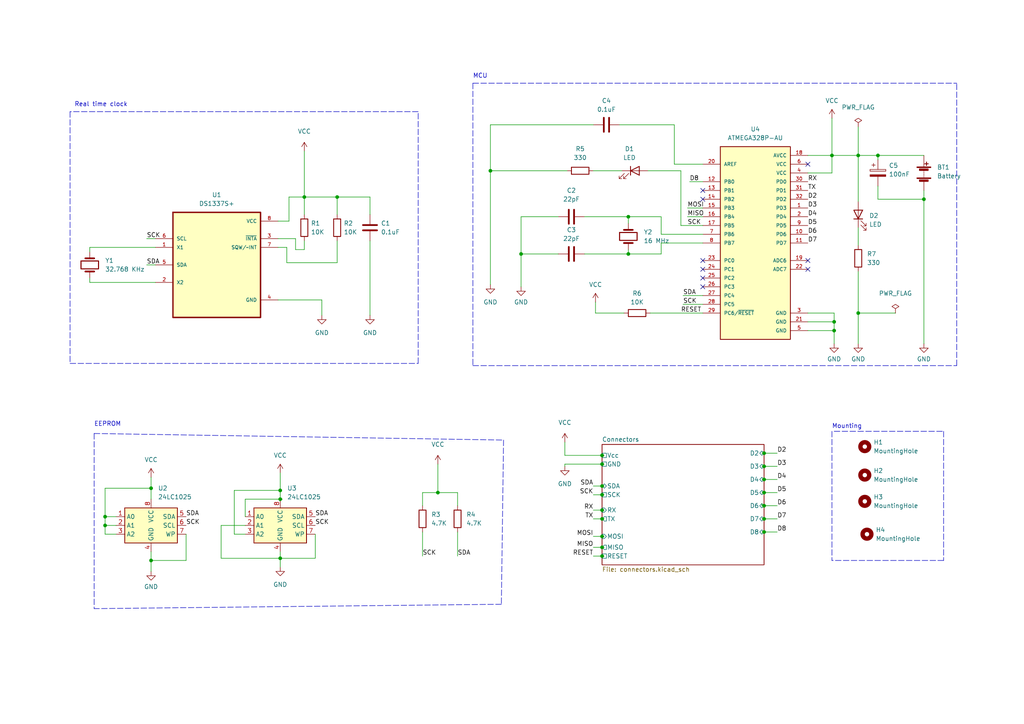
<source format=kicad_sch>
(kicad_sch (version 20211123) (generator eeschema)
  (paper "A4")
  (title_block (title "${project_name}") (date "2022-12-12") (rev "1"))
  (lib_symbols
    (symbol "ATMEGA328P-AU:ATMEGA328P-AU" (pin_names (offset 1.016))
      (property "Reference" "U4" (at 0 33.02 0))
      (property "Value" "ATMEGA328P-AU" (at 0 30.48 0))
      (symbol "ATMEGA328P-AU_0_0"
        (rectangle (start -10.16 -27.94) (end 10.16 27.94) (stroke (width 0.254)) (fill (type background)))
        (pin bidirectional line (at 15.24 10.16 180) (length 5.08) (name "PD3") (number "1"))
        (pin bidirectional line (at 15.24 2.54 180) (length 5.08) (name "PD6") (number "10"))
        (pin bidirectional line (at 15.24 0 180) (length 5.08) (name "PD7") (number "11"))
        (pin bidirectional line (at -15.24 17.78 0) (length 5.08) (name "PB0") (number "12"))
        (pin bidirectional line (at -15.24 15.24 0) (length 5.08) (name "PB1") (number "13"))
        (pin bidirectional line (at -15.24 12.7 0) (length 5.08) (name "PB2") (number "14"))
        (pin bidirectional line (at -15.24 10.16 0) (length 5.08) (name "PB3") (number "15"))
        (pin bidirectional line (at -15.24 7.62 0) (length 5.08) (name "PB4") (number "16"))
        (pin bidirectional line (at -15.24 5.08 0) (length 5.08) (name "PB5") (number "17"))
        (pin power_in line (at 15.24 25.4 180) (length 5.08) (name "AVCC") (number "18"))
        (pin bidirectional line (at 15.24 -5.08 180) (length 5.08) (name "ADC6") (number "19"))
        (pin bidirectional line (at 15.24 7.62 180) (length 5.08) (name "PD4") (number "2"))
        (pin input line (at -15.24 22.86 0) (length 5.08) (name "AREF") (number "20"))
        (pin power_in line (at 15.24 -22.86 180) (length 5.08) (name "GND") (number "21"))
        (pin bidirectional line (at 15.24 -7.62 180) (length 5.08) (name "ADC7") (number "22"))
        (pin bidirectional line (at -15.24 -5.08 0) (length 5.08) (name "PC0") (number "23"))
        (pin bidirectional line (at -15.24 -7.62 0) (length 5.08) (name "PC1") (number "24"))
        (pin bidirectional line (at -15.24 -10.16 0) (length 5.08) (name "PC2") (number "25"))
        (pin bidirectional line (at -15.24 -12.7 0) (length 5.08) (name "PC3") (number "26"))
        (pin bidirectional line (at -15.24 -15.24 0) (length 5.08) (name "PC4") (number "27"))
        (pin bidirectional line (at -15.24 -17.78 0) (length 5.08) (name "PC5") (number "28"))
        (pin bidirectional line (at -15.24 -20.32 0) (length 5.08) (name "PC6/~{RESET}") (number "29"))
        (pin power_in line (at 15.24 -20.32 180) (length 5.08) (name "GND") (number "3"))
        (pin bidirectional line (at 15.24 17.78 180) (length 5.08) (name "PD0") (number "30"))
        (pin bidirectional line (at 15.24 15.24 180) (length 5.08) (name "PD1") (number "31"))
        (pin bidirectional line (at 15.24 12.7 180) (length 5.08) (name "PD2") (number "32"))
        (pin power_in line (at 15.24 20.32 180) (length 5.08) (name "VCC") (number "4"))
        (pin power_in line (at 15.24 -25.4 180) (length 5.08) (name "GND") (number "5"))
        (pin power_in line (at 15.24 22.86 180) (length 5.08) (name "VCC") (number "6"))
        (pin bidirectional line (at -15.24 2.54 0) (length 5.08) (name "PB6") (number "7"))
        (pin bidirectional line (at -15.24 0 0) (length 5.08) (name "PB7") (number "8"))
        (pin bidirectional line (at 15.24 5.08 180) (length 5.08) (name "PD5") (number "9"))
      )
    )
    (symbol "DS1337S_:DS1337S+" (pin_names (offset 1.016))
      (property "Reference" "U" (at -12.7 16.24 0))
      (property "Value" "DS1337S+" (at -12.7 -19.24 0))
      (symbol "DS1337S+_0_0"
        (rectangle (start -12.7 -15.24) (end 12.7 15.24) (stroke (width 0.41)) (fill (type background)))
        (pin input line (at -17.78 5.08 0) (length 5.08) (name "X1") (number "1"))
        (pin bidirectional line (at -17.78 -5.08 0) (length 5.08) (name "X2") (number "2"))
        (pin output line (at 17.78 7.62 180) (length 5.08) (name "~{INTA}") (number "3"))
        (pin power_in line (at 17.78 -10.16 180) (length 5.08) (name "GND") (number "4"))
        (pin bidirectional line (at -17.78 0 0) (length 5.08) (name "SDA") (number "5"))
        (pin input line (at -17.78 7.62 0) (length 5.08) (name "SCL") (number "6"))
        (pin output line (at 17.78 5.08 180) (length 5.08) (name "SQW/~INT") (number "7"))
        (pin power_in line (at 17.78 12.7 180) (length 5.08) (name "VCC") (number "8"))
      )
    )
    (symbol "Device:Battery" (pin_numbers hide) (pin_names (offset 0) hide)
      (property "Reference" "BT" (at 2.54 2.54 0))
      (property "Value" "Battery" (at 2.54 0 0))
      (symbol "Battery_0_1"
        (rectangle (start -2.032 -1.397) (end 2.032 -1.651) (fill (type outline)))
        (rectangle (start -2.032 1.778) (end 2.032 1.524) (fill (type outline)))
        (rectangle (start -1.3208 -1.9812) (end 1.27 -2.4892) (fill (type outline)))
        (rectangle (start -1.3208 1.1938) (end 1.27 0.6858) (fill (type outline)))
        (polyline (pts (xy 0 -1.524) (xy 0 -1.27)))
        (polyline (pts (xy 0 -1.016) (xy 0 -0.762)))
        (polyline (pts (xy 0 -0.508) (xy 0 -0.254)))
        (polyline (pts (xy 0 0) (xy 0 0.254)))
        (polyline (pts (xy 0 0.508) (xy 0 0.762)))
        (polyline (pts (xy 0 1.778) (xy 0 2.54)))
        (polyline (pts (xy 0.254 2.667) (xy 1.27 2.667)) (stroke (width 0.254)))
        (polyline (pts (xy 0.762 3.175) (xy 0.762 2.159)) (stroke (width 0.254)))
      )
      (symbol "Battery_1_1"
        (pin passive line (at 0 5.08 270) (length 2.54) (name "+") (number "1"))
        (pin passive line (at 0 -5.08 90) (length 2.54) (name "-") (number "2"))
      )
    )
    (symbol "Device:C" (pin_numbers hide) (pin_names (offset 0.254))
      (property "Reference" "C" (at 0.635 2.54 0))
      (property "Value" "C" (at 0.635 -2.54 0))
      (symbol "C_0_1"
        (polyline (pts (xy -2.032 -0.762) (xy 2.032 -0.762)) (stroke (width 0.508)))
        (polyline (pts (xy -2.032 0.762) (xy 2.032 0.762)) (stroke (width 0.508)))
      )
      (symbol "C_1_1"
        (pin passive line (at 0 3.81 270) (length 2.794) (name "~") (number "1"))
        (pin passive line (at 0 -3.81 90) (length 2.794) (name "~") (number "2"))
      )
    )
    (symbol "Device:C_Polarized" (pin_numbers hide) (pin_names (offset 0.254))
      (property "Reference" "C" (at 0.635 2.54 0))
      (property "Value" "C_Polarized" (at 0.635 -2.54 0))
      (symbol "C_Polarized_0_1"
        (rectangle (start -2.286 0.508) (end 2.286 1.016))
        (polyline (pts (xy -1.778 2.286) (xy -0.762 2.286)))
        (polyline (pts (xy -1.27 2.794) (xy -1.27 1.778)))
        (rectangle (start 2.286 -0.508) (end -2.286 -1.016) (fill (type outline)))
      )
      (symbol "C_Polarized_1_1"
        (pin passive line (at 0 3.81 270) (length 2.794) (name "~") (number "1"))
        (pin passive line (at 0 -3.81 90) (length 2.794) (name "~") (number "2"))
      )
    )
    (symbol "Device:Crystal" (pin_numbers hide) (pin_names (offset 1.016) hide)
      (property "Reference" "Y" (at 0 3.81 0))
      (property "Value" "Crystal" (at 0 -3.81 0))
      (symbol "Crystal_0_1"
        (rectangle (start -1.143 2.54) (end 1.143 -2.54) (stroke (width 0.3048)))
        (polyline (pts (xy -2.54 0) (xy -1.905 0)))
        (polyline (pts (xy -1.905 -1.27) (xy -1.905 1.27)) (stroke (width 0.508)))
        (polyline (pts (xy 1.905 -1.27) (xy 1.905 1.27)) (stroke (width 0.508)))
        (polyline (pts (xy 2.54 0) (xy 1.905 0)))
      )
      (symbol "Crystal_1_1"
        (pin passive line (at -3.81 0 0) (length 1.27) (name "1") (number "1"))
        (pin passive line (at 3.81 0 180) (length 1.27) (name "2") (number "2"))
      )
    )
    (symbol "Device:LED" (pin_numbers hide) (pin_names (offset 1.016) hide)
      (property "Reference" "D" (at 0 2.54 0))
      (property "Value" "LED" (at 0 -2.54 0))
      (symbol "LED_0_1"
        (polyline (pts (xy -1.27 -1.27) (xy -1.27 1.27)) (stroke (width 0.254)))
        (polyline (pts (xy -1.27 0) (xy 1.27 0)))
        (polyline (pts (xy 1.27 -1.27) (xy 1.27 1.27) (xy -1.27 0) (xy 1.27 -1.27)) (stroke (width 0.254)))
        (polyline (pts (xy -3.048 -0.762) (xy -4.572 -2.286) (xy -3.81 -2.286) (xy -4.572 -2.286) (xy -4.572 -1.524)))
        (polyline (pts (xy -1.778 -0.762) (xy -3.302 -2.286) (xy -2.54 -2.286) (xy -3.302 -2.286) (xy -3.302 -1.524)))
      )
      (symbol "LED_1_1"
        (pin passive line (at -3.81 0 0) (length 2.54) (name "K") (number "1"))
        (pin passive line (at 3.81 0 180) (length 2.54) (name "A") (number "2"))
      )
    )
    (symbol "Device:R" (pin_numbers hide) (pin_names (offset 0))
      (property "Reference" "R" (at 2.032 0 90))
      (property "Value" "R" (at 0 0 90))
      (symbol "R_0_1"
        (rectangle (start -1.016 -2.54) (end 1.016 2.54) (stroke (width 0.254)))
      )
      (symbol "R_1_1"
        (pin passive line (at 0 3.81 270) (length 1.27) (name "~") (number "1"))
        (pin passive line (at 0 -3.81 90) (length 1.27) (name "~") (number "2"))
      )
    )
    (symbol "Mechanical:MountingHole" (pin_names (offset 1.016))
      (property "Reference" "H" (at 0 5.08 0))
      (property "Value" "MountingHole" (at 0 3.175 0))
      (symbol "MountingHole_0_1"
        (circle (center 0 0) (radius 1.27) (stroke (width 1.27)))
      )
    )
    (symbol "Memory_EEPROM:24LC1025"
      (property "Reference" "U" (at -6.35 6.35 0))
      (property "Value" "24LC1025" (at 1.27 6.35 0))
      (symbol "24LC1025_1_1"
        (rectangle (start -7.62 5.08) (end 7.62 -5.08) (stroke (width 0.254)) (fill (type background)))
        (pin input line (at -10.16 2.54 0) (length 2.54) (name "A0") (number "1"))
        (pin input line (at -10.16 0 0) (length 2.54) (name "A1") (number "2"))
        (pin input line (at -10.16 -2.54 0) (length 2.54) (name "A2") (number "3"))
        (pin power_in line (at 0 -7.62 90) (length 2.54) (name "GND") (number "4"))
        (pin bidirectional line (at 10.16 2.54 180) (length 2.54) (name "SDA") (number "5"))
        (pin input line (at 10.16 0 180) (length 2.54) (name "SCL") (number "6"))
        (pin input line (at 10.16 -2.54 180) (length 2.54) (name "WP") (number "7"))
        (pin power_in line (at 0 7.62 270) (length 2.54) (name "VCC") (number "8"))
      )
    )
    (symbol "power:GND" (power) (pin_names (offset 0))
      (property "Value" "GND" (at 0 -3.81 0))
      (symbol "GND_0_1"
        (polyline (pts (xy 0 0) (xy 0 -1.27) (xy 1.27 -1.27) (xy 0 -2.54) (xy -1.27 -1.27) (xy 0 -1.27)))
      )
      (symbol "GND_1_1"
        (pin power_in line (at 0 0 270) (length 0) hide (name "GND") (number "1"))
      )
    )
    (symbol "power:PWR_FLAG" (power) (pin_numbers hide) (pin_names (offset 0) hide)
      (property "Value" "PWR_FLAG" (at 0 3.81 0))
      (symbol "PWR_FLAG_0_0"
        (pin power_out line (at 0 0 90) (length 0) (name "pwr") (number "1"))
      )
      (symbol "PWR_FLAG_0_1"
        (polyline (pts (xy 0 0) (xy 0 1.27) (xy -1.016 1.905) (xy 0 2.54) (xy 1.016 1.905) (xy 0 1.27)))
      )
    )
    (symbol "power:VCC" (power) (pin_names (offset 0))
      (property "Value" "VCC" (at 0 3.81 0))
      (symbol "VCC_0_1"
        (polyline (pts (xy -0.762 1.27) (xy 0 2.54)))
        (polyline (pts (xy 0 0) (xy 0 2.54)))
        (polyline (pts (xy 0 2.54) (xy 0.762 1.27)))
      )
      (symbol "VCC_1_1"
        (pin power_in line (at 0 0 90) (length 0) hide (name "VCC") (number "1"))
      )
    )
  )
  (junction (at 254.635 45.085))
  (junction (at 221.615 139.065))
  (junction (at 151.13 73.66))
  (junction (at 241.3 45.085))
  (junction (at 30.48 152.4))
  (junction (at 174.625 143.51))
  (junction (at 267.97 57.785))
  (junction (at 174.625 147.955))
  (junction (at 127 142.875))
  (junction (at 221.615 154.305))
  (junction (at 97.79 57.15))
  (junction (at 43.815 141.605))
  (junction (at 248.92 45.085))
  (junction (at 221.615 135.255))
  (junction (at 30.48 149.86))
  (junction (at 81.28 142.24))
  (junction (at 81.28 144.78))
  (junction (at 221.615 146.685))
  (junction (at 221.615 142.875))
  (junction (at 174.625 155.575))
  (junction (at 174.625 158.75))
  (junction (at 182.245 73.66))
  (junction (at 182.245 62.865))
  (junction (at 174.625 134.62))
  (junction (at 241.935 95.885))
  (junction (at 174.625 161.29))
  (junction (at 248.92 90.805))
  (junction (at 142.24 49.53))
  (junction (at 221.615 131.445))
  (junction (at 43.815 162.56))
  (junction (at 174.625 150.495))
  (junction (at 88.265 57.15))
  (junction (at 174.625 140.97))
  (junction (at 81.28 161.925))
  (junction (at 174.625 132.08))
  (junction (at 241.935 93.345))
  (junction (at 221.615 150.495))
  (no_connect (at 203.835 80.645))
  (no_connect (at 203.835 57.785))
  (no_connect (at 234.315 75.565))
  (no_connect (at 234.315 47.625))
  (no_connect (at 203.835 83.185))
  (no_connect (at 203.835 78.105))
  (no_connect (at 203.835 75.565))
  (no_connect (at 234.315 78.105))
  (no_connect (at 203.835 55.245))
  (wire (pts (xy 30.48 149.86) (xy 33.655 149.86)))
  (polyline (pts (xy 20.32 32.385) (xy 20.32 105.41)))
  (wire (pts (xy 220.98 142.875) (xy 221.615 142.875)))
  (wire (pts (xy 220.98 146.05) (xy 220.98 146.685)))
  (wire (pts (xy 221.615 154.305) (xy 225.425 154.305)))
  (wire (pts (xy 80.645 71.755) (xy 83.185 71.755)))
  (wire (pts (xy 71.12 152.4) (xy 64.135 152.4)))
  (wire (pts (xy 254.635 57.785) (xy 267.97 57.785)))
  (wire (pts (xy 241.935 95.885) (xy 234.315 95.885)))
  (wire (pts (xy 254.635 46.355) (xy 254.635 45.085)))
  (wire (pts (xy 198.12 85.725) (xy 203.835 85.725)))
  (wire (pts (xy 220.98 139.065) (xy 221.615 139.065)))
  (wire (pts (xy 107.315 57.15) (xy 107.315 62.23)))
  (wire (pts (xy 88.265 72.39) (xy 88.265 69.85)))
  (wire (pts (xy 220.98 131.445) (xy 221.615 131.445)))
  (wire (pts (xy 97.79 57.15) (xy 107.315 57.15)))
  (wire (pts (xy 81.28 142.24) (xy 81.28 144.78)))
  (wire (pts (xy 234.315 45.085) (xy 241.3 45.085)))
  (wire (pts (xy 83.185 76.2) (xy 97.79 76.2)))
  (wire (pts (xy 174.625 155.575) (xy 175.26 155.575)))
  (wire (pts (xy 164.465 49.53) (xy 142.24 49.53)))
  (wire (pts (xy 220.98 154.305) (xy 221.615 154.305)))
  (wire (pts (xy 174.625 143.51) (xy 175.26 143.51)))
  (wire (pts (xy 172.085 147.955) (xy 174.625 147.955)))
  (wire (pts (xy 248.92 45.085) (xy 248.92 58.42)))
  (wire (pts (xy 248.92 90.805) (xy 248.92 99.695)))
  (wire (pts (xy 254.635 45.085) (xy 267.97 45.085)))
  (wire (pts (xy 122.555 154.305) (xy 122.555 161.29)))
  (wire (pts (xy 30.48 141.605) (xy 43.815 141.605)))
  (wire (pts (xy 81.28 160.02) (xy 81.28 161.925)))
  (wire (pts (xy 172.085 49.53) (xy 180.34 49.53)))
  (wire (pts (xy 241.3 34.29) (xy 241.3 45.085)))
  (wire (pts (xy 85.725 69.215) (xy 85.725 72.39)))
  (wire (pts (xy 67.945 154.94) (xy 71.12 154.94)))
  (wire (pts (xy 122.555 146.685) (xy 122.555 142.875)))
  (wire (pts (xy 254.635 53.975) (xy 254.635 57.785)))
  (wire (pts (xy 97.79 57.15) (xy 97.79 62.23)))
  (wire (pts (xy 132.715 142.875) (xy 132.715 146.685)))
  (polyline (pts (xy 121.285 32.385) (xy 20.32 32.385)))
  (wire (pts (xy 64.135 161.925) (xy 81.28 161.925)))
  (wire (pts (xy 43.815 138.43) (xy 43.815 141.605)))
  (wire (pts (xy 191.77 62.865) (xy 182.245 62.865)))
  (wire (pts (xy 172.085 161.29) (xy 174.625 161.29)))
  (wire (pts (xy 172.085 150.495) (xy 174.625 150.495)))
  (wire (pts (xy 42.545 76.835) (xy 45.085 76.835)))
  (wire (pts (xy 191.77 67.945) (xy 191.77 62.865)))
  (wire (pts (xy 43.815 141.605) (xy 43.815 144.78)))
  (wire (pts (xy 122.555 142.875) (xy 127 142.875)))
  (wire (pts (xy 203.835 67.945) (xy 191.77 67.945)))
  (wire (pts (xy 163.83 135.255) (xy 163.83 134.62)))
  (wire (pts (xy 174.625 161.29) (xy 175.26 161.29)))
  (wire (pts (xy 241.3 45.085) (xy 248.92 45.085)))
  (wire (pts (xy 30.48 152.4) (xy 33.655 152.4)))
  (wire (pts (xy 30.48 152.4) (xy 30.48 154.94)))
  (wire (pts (xy 188.595 90.805) (xy 203.835 90.805)))
  (wire (pts (xy 43.815 162.56) (xy 43.815 165.735)))
  (wire (pts (xy 53.975 154.94) (xy 53.975 162.56)))
  (wire (pts (xy 161.925 62.865) (xy 151.13 62.865)))
  (wire (pts (xy 172.085 36.195) (xy 142.24 36.195)))
  (wire (pts (xy 81.28 161.925) (xy 81.28 164.465)))
  (wire (pts (xy 43.815 160.02) (xy 43.815 162.56)))
  (wire (pts (xy 174.625 158.75) (xy 175.26 158.75)))
  (wire (pts (xy 64.135 152.4) (xy 64.135 161.925)))
  (wire (pts (xy 163.83 132.08) (xy 174.625 132.08)))
  (wire (pts (xy 221.615 131.445) (xy 225.425 131.445)))
  (wire (pts (xy 169.545 62.865) (xy 182.245 62.865)))
  (wire (pts (xy 191.77 70.485) (xy 191.77 73.66)))
  (polyline (pts (xy 137.16 24.13) (xy 137.16 106.045)))
  (wire (pts (xy 174.625 147.955) (xy 175.26 147.955)))
  (wire (pts (xy 241.3 50.165) (xy 241.3 45.085)))
  (wire (pts (xy 241.935 93.345) (xy 241.935 95.885)))
  (polyline (pts (xy 241.935 125.095) (xy 273.685 125.095)))
  (wire (pts (xy 67.945 154.94) (xy 67.945 142.24)))
  (wire (pts (xy 85.725 72.39) (xy 88.265 72.39)))
  (wire (pts (xy 93.345 86.995) (xy 93.345 91.44)))
  (wire (pts (xy 42.545 69.215) (xy 45.085 69.215)))
  (wire (pts (xy 220.98 150.495) (xy 221.615 150.495)))
  (wire (pts (xy 221.615 142.875) (xy 225.425 142.875)))
  (wire (pts (xy 195.58 47.625) (xy 203.835 47.625)))
  (wire (pts (xy 172.085 158.75) (xy 174.625 158.75)))
  (wire (pts (xy 151.13 73.66) (xy 161.925 73.66)))
  (wire (pts (xy 174.625 150.495) (xy 175.26 150.495)))
  (wire (pts (xy 169.545 73.66) (xy 182.245 73.66)))
  (wire (pts (xy 26.035 81.915) (xy 26.035 80.645)))
  (wire (pts (xy 225.425 146.685) (xy 221.615 146.685)))
  (wire (pts (xy 248.92 66.04) (xy 248.92 71.12)))
  (wire (pts (xy 197.485 65.405) (xy 203.835 65.405)))
  (wire (pts (xy 267.97 57.785) (xy 267.97 99.695)))
  (wire (pts (xy 80.645 86.995) (xy 93.345 86.995)))
  (wire (pts (xy 195.58 36.195) (xy 195.58 47.625)))
  (wire (pts (xy 88.265 57.15) (xy 97.79 57.15)))
  (wire (pts (xy 142.24 36.195) (xy 142.24 49.53)))
  (wire (pts (xy 174.625 134.62) (xy 175.26 134.62)))
  (wire (pts (xy 248.92 90.805) (xy 259.715 90.805)))
  (polyline (pts (xy 273.685 162.56) (xy 241.3 162.56)))
  (polyline (pts (xy 146.05 127.635) (xy 145.415 175.26)))
  (wire (pts (xy 172.085 155.575) (xy 174.625 155.575)))
  (wire (pts (xy 30.48 149.86) (xy 30.48 141.605)))
  (polyline (pts (xy 27.305 125.73) (xy 27.305 176.53)))
  (wire (pts (xy 174.625 132.08) (xy 175.26 132.08)))
  (wire (pts (xy 199.39 62.865) (xy 203.835 62.865)))
  (wire (pts (xy 197.485 49.53) (xy 197.485 65.405)))
  (wire (pts (xy 241.935 90.805) (xy 241.935 93.345)))
  (wire (pts (xy 172.085 143.51) (xy 174.625 143.51)))
  (wire (pts (xy 179.705 36.195) (xy 195.58 36.195)))
  (wire (pts (xy 81.28 137.16) (xy 81.28 142.24)))
  (wire (pts (xy 182.245 62.865) (xy 182.245 64.77)))
  (wire (pts (xy 26.035 71.755) (xy 26.035 73.025)))
  (wire (pts (xy 71.12 149.86) (xy 71.12 144.78)))
  (wire (pts (xy 80.645 69.215) (xy 85.725 69.215)))
  (wire (pts (xy 45.085 71.755) (xy 26.035 71.755)))
  (wire (pts (xy 71.12 144.78) (xy 81.28 144.78)))
  (wire (pts (xy 91.44 161.925) (xy 81.28 161.925)))
  (polyline (pts (xy 20.32 105.41) (xy 121.285 105.41)))
  (wire (pts (xy 191.77 73.66) (xy 182.245 73.66)))
  (wire (pts (xy 172.72 87.63) (xy 172.72 90.805)))
  (polyline (pts (xy 27.305 125.73) (xy 146.05 127.635)))
  (wire (pts (xy 182.245 72.39) (xy 182.245 73.66)))
  (wire (pts (xy 221.615 146.685) (xy 220.98 146.685)))
  (wire (pts (xy 220.98 135.255) (xy 221.615 135.255)))
  (wire (pts (xy 132.715 154.305) (xy 132.715 161.29)))
  (wire (pts (xy 88.265 57.15) (xy 88.265 62.23)))
  (wire (pts (xy 163.83 128.27) (xy 163.83 132.08)))
  (wire (pts (xy 30.48 149.86) (xy 30.48 152.4)))
  (wire (pts (xy 81.28 144.78) (xy 81.915 144.78)))
  (wire (pts (xy 127 134.62) (xy 127 142.875)))
  (wire (pts (xy 163.83 134.62) (xy 174.625 134.62)))
  (wire (pts (xy 53.975 162.56) (xy 43.815 162.56)))
  (wire (pts (xy 67.945 142.24) (xy 81.28 142.24)))
  (polyline (pts (xy 277.495 106.045) (xy 277.495 24.13)))
  (wire (pts (xy 172.72 90.805) (xy 180.975 90.805)))
  (wire (pts (xy 83.82 57.15) (xy 88.265 57.15)))
  (wire (pts (xy 83.185 71.755) (xy 83.185 76.2)))
  (wire (pts (xy 151.13 73.66) (xy 151.13 83.185)))
  (wire (pts (xy 142.24 49.53) (xy 142.24 82.55)))
  (wire (pts (xy 198.12 88.265) (xy 203.835 88.265)))
  (polyline (pts (xy 241.3 125.095) (xy 241.3 162.56)))
  (wire (pts (xy 203.835 70.485) (xy 191.77 70.485)))
  (wire (pts (xy 200.025 52.705) (xy 203.835 52.705)))
  (wire (pts (xy 91.44 154.94) (xy 91.44 161.925)))
  (wire (pts (xy 80.645 64.135) (xy 83.82 64.135)))
  (wire (pts (xy 187.96 49.53) (xy 197.485 49.53)))
  (wire (pts (xy 151.13 62.865) (xy 151.13 73.66)))
  (polyline (pts (xy 121.285 105.41) (xy 121.285 32.385)))
  (wire (pts (xy 234.315 50.165) (xy 241.3 50.165)))
  (wire (pts (xy 174.625 140.97) (xy 175.26 140.97)))
  (wire (pts (xy 221.615 150.495) (xy 225.425 150.495)))
  (polyline (pts (xy 273.685 125.095) (xy 273.685 162.56)))
  (wire (pts (xy 221.615 139.065) (xy 225.425 139.065)))
  (wire (pts (xy 107.315 69.85) (xy 107.315 91.44)))
  (wire (pts (xy 88.265 43.815) (xy 88.265 57.15)))
  (wire (pts (xy 234.315 93.345) (xy 241.935 93.345)))
  (polyline (pts (xy 137.16 24.13) (xy 277.495 24.13)))
  (wire (pts (xy 234.315 90.805) (xy 241.935 90.805)))
  (wire (pts (xy 30.48 154.94) (xy 33.655 154.94)))
  (polyline (pts (xy 145.415 175.26) (xy 27.305 176.53)))
  (wire (pts (xy 241.935 95.885) (xy 241.935 99.695)))
  (wire (pts (xy 97.79 76.2) (xy 97.79 69.85)))
  (wire (pts (xy 267.97 55.245) (xy 267.97 57.785)))
  (wire (pts (xy 45.085 81.915) (xy 26.035 81.915)))
  (wire (pts (xy 199.39 60.325) (xy 203.835 60.325)))
  (wire (pts (xy 172.085 140.97) (xy 174.625 140.97)))
  (wire (pts (xy 248.92 45.085) (xy 254.635 45.085)))
  (wire (pts (xy 248.92 78.74) (xy 248.92 90.805)))
  (wire (pts (xy 248.92 36.83) (xy 248.92 45.085)))
  (wire (pts (xy 83.82 64.135) (xy 83.82 57.15)))
  (wire (pts (xy 221.615 135.255) (xy 225.425 135.255)))
  (wire (pts (xy 127 142.875) (xy 132.715 142.875)))
  (polyline (pts (xy 137.16 106.045) (xy 277.495 106.045)))
  (text "Real time clock" (at 21.59 31.115 0) (effects (font (size 1.27 1.27)) (justify left bottom)))
  (text "Mounting" (at 241.3 124.46 0) (effects (font (size 1.27 1.27)) (justify left bottom)))
  (text "MCU" (at 137.16 22.86 0) (effects (font (size 1.27 1.27)) (justify left bottom)))
  (text "EEPROM" (at 27.305 123.825 0) (effects (font (size 1.27 1.27)) (justify left bottom)))
  (label "SCK" (at 91.44 152.4 0))
  (label "SCK" (at 172.085 143.51 180))
  (label "RESET" (at 172.085 161.29 180))
  (label "D8" (at 225.425 154.305 0))
  (label "TX" (at 234.315 55.245 0))
  (label "D5" (at 225.425 142.875 0))
  (label "D2" (at 234.315 57.785 0))
  (label "MISO" (at 199.39 62.865 0))
  (label "RX" (at 234.315 52.705 0))
  (label "SCK" (at 53.975 152.4 0))
  (label "SDA" (at 172.085 140.97 180))
  (label "SCK" (at 42.545 69.215 0))
  (label "D2" (at 225.425 131.445 0))
  (label "MOSI" (at 172.085 155.575 180))
  (label "D8" (at 200.025 52.705 0))
  (label "D6" (at 234.315 67.945 0))
  (label "D3" (at 225.425 135.255 0))
  (label "SCK" (at 198.12 88.265 0))
  (label "RX" (at 172.085 147.955 180))
  (label "D6" (at 225.425 146.685 0))
  (label "SDA" (at 53.975 149.86 0))
  (label "RESET" (at 197.485 90.805 0))
  (label "SDA" (at 42.545 76.835 0))
  (label "SDA" (at 198.12 85.725 0))
  (label "D4" (at 225.425 139.065 0))
  (label "SDA" (at 132.715 161.29 0))
  (label "D4" (at 234.315 62.865 0))
  (label "TX" (at 172.085 150.495 180))
  (label "D3" (at 234.315 60.325 0))
  (label "SDA" (at 91.44 149.86 0))
  (label "SCK" (at 122.555 161.29 0))
  (label "D5" (at 234.315 65.405 0))
  (label "D7" (at 234.315 70.485 0))
  (label "MISO" (at 172.085 158.75 180))
  (label "SCK" (at 199.39 65.405 0))
  (label "MOSI" (at 199.39 60.325 0))
  (label "D7" (at 225.425 150.495 0))
  (symbol (lib_id "Memory_EEPROM:24LC1025") (at 43.815 152.4 0) (unit 1)
    (property "Reference" "U2" (at 45.8344 141.605 0) (effects (justify left)))
    (property "Value" "24LC1025" (at 45.8344 144.145 0) (effects (justify left)))
    (property "Footprint" "Package_SO:SOIC-8_5.23x5.23mm_P1.27mm" (effects hide))
    (property "Datasheet" "http://ww1.microchip.com/downloads/en/DeviceDoc/21941B.pdf" (effects hide))
  )
  (symbol (lib_id "Mechanical:MountingHole") (at 251.46 154.94 0) (unit 1)
    (property "Reference" "H4" (at 254 153.6699 0) (effects (justify left)))
    (property "Value" "MountingHole" (at 254 156.2099 0) (effects (justify left)))
    (property "Footprint" "MountingHole:MountingHole_2.1mm" (effects hide))
  )
  (symbol (lib_id "Device:LED") (at 184.15 49.53 0) (unit 1)
    (property "Reference" "D1" (at 182.5625 43.18 0))
    (property "Value" "LED" (at 182.5625 45.72 0))
    (property "Footprint" "LED_SMD:LED_0805_2012Metric" (effects hide))
  )
  (symbol (lib_id "power:GND") (at 267.97 99.695 0) (unit 1)
    (property "Reference" "#PWR0110" (effects hide))
    (property "Value" "GND" (at 267.97 104.14 0))
  )
  (symbol (lib_id "Memory_EEPROM:24LC1025") (at 81.28 152.4 0) (unit 1)
    (property "Reference" "U3" (at 83.2994 141.605 0) (effects (justify left)))
    (property "Value" "24LC1025" (at 83.2994 144.145 0) (effects (justify left)))
    (property "Footprint" "Package_SO:SOIC-8_5.23x5.23mm_P1.27mm" (effects hide))
    (property "Datasheet" "http://ww1.microchip.com/downloads/en/DeviceDoc/21941B.pdf" (effects hide))
  )
  (symbol (lib_id "power:VCC") (at 81.28 137.16 0) (unit 1)
    (property "Reference" "#PWR0114" (effects hide))
    (property "Value" "VCC" (at 81.28 132.08 0))
  )
  (symbol (lib_id "power:PWR_FLAG") (at 248.92 36.83 0) (unit 1)
    (property "Reference" "#FLG0101" (effects hide))
    (property "Value" "PWR_FLAG" (at 248.92 31.115 0))
  )
  (symbol (lib_id "Device:C") (at 165.735 73.66 90) (unit 1)
    (property "Reference" "C3" (at 165.735 66.675 90))
    (property "Value" "22pF" (at 165.735 69.215 90))
    (property "Footprint" "Capacitor_SMD:C_0805_2012Metric" (effects hide))
  )
  (symbol (lib_id "power:VCC") (at 163.83 128.27 0) (unit 1)
    (property "Reference" "#PWR0112" (effects hide))
    (property "Value" "VCC" (at 163.83 122.555 0))
  )
  (symbol (lib_id "Device:R") (at 184.785 90.805 90) (unit 1)
    (property "Reference" "R6" (at 184.785 85.09 90))
    (property "Value" "10K" (at 184.785 87.63 90))
    (property "Footprint" "Resistor_SMD:R_0805_2012Metric" (effects hide))
  )
  (symbol (lib_id "Device:C") (at 175.895 36.195 90) (unit 1)
    (property "Reference" "C4" (at 175.895 29.21 90))
    (property "Value" "0.1uF" (at 175.895 31.75 90))
    (property "Footprint" "Capacitor_SMD:C_0805_2012Metric" (effects hide))
  )
  (symbol (lib_id "power:GND") (at 151.13 83.185 0) (unit 1)
    (property "Reference" "#PWR0104" (effects hide))
    (property "Value" "GND" (at 151.13 87.63 0))
  )
  (symbol (lib_id "power:GND") (at 142.24 82.55 0) (unit 1)
    (property "Reference" "#PWR0103" (effects hide))
    (property "Value" "GND" (at 142.24 87.63 0))
  )
  (symbol (lib_id "power:VCC") (at 241.3 34.29 0) (unit 1)
    (property "Reference" "#PWR0117" (effects hide))
    (property "Value" "VCC" (at 241.3 29.21 0))
  )
  (symbol (lib_id "power:GND") (at 43.815 165.735 0) (unit 1)
    (property "Reference" "#PWR0105" (effects hide))
    (property "Value" "GND" (at 43.815 170.18 0))
  )
  (symbol (lib_id "Device:Crystal") (at 182.245 68.58 90) (unit 1)
    (property "Reference" "Y2" (at 186.69 67.3099 90) (effects (justify right)))
    (property "Value" "16 MHz" (at 186.69 69.8499 90) (effects (justify right)))
    (property "Footprint" "Crystal:Crystal_SMD_5032-2Pin_5.0x3.2mm_HandSoldering" (effects hide))
  )
  (symbol (lib_id "Device:R") (at 132.715 150.495 0) (unit 1)
    (property "Reference" "R4" (at 135.255 149.2249 0) (effects (justify left)))
    (property "Value" "4.7K" (at 135.255 151.7649 0) (effects (justify left)))
    (property "Footprint" "Resistor_SMD:R_0805_2012Metric" (effects hide))
  )
  (symbol (lib_id "power:GND") (at 93.345 91.44 0) (unit 1)
    (property "Reference" "#PWR0102" (effects hide))
    (property "Value" "GND" (at 93.345 96.52 0))
  )
  (symbol (lib_id "power:GND") (at 107.315 91.44 0) (unit 1)
    (property "Reference" "#PWR0101" (effects hide))
    (property "Value" "GND" (at 107.315 96.52 0))
  )
  (symbol (lib_id "Mechanical:MountingHole") (at 250.825 145.415 0) (unit 1)
    (property "Reference" "H3" (at 253.365 144.1449 0) (effects (justify left)))
    (property "Value" "MountingHole" (at 253.365 146.6849 0) (effects (justify left)))
    (property "Footprint" "MountingHole:MountingHole_2.1mm" (effects hide))
  )
  (symbol (lib_id "power:GND") (at 241.935 99.695 0) (unit 1)
    (property "Reference" "#PWR0108" (effects hide))
    (property "Value" "GND" (at 241.935 104.14 0))
  )
  (symbol (lib_id "power:VCC") (at 88.265 43.815 0) (unit 1)
    (property "Reference" "#PWR0111" (effects hide))
    (property "Value" "VCC" (at 88.265 38.1 0))
  )
  (symbol (lib_id "Device:R") (at 248.92 74.93 0) (unit 1)
    (property "Reference" "R7" (at 251.46 73.6599 0) (effects (justify left)))
    (property "Value" "330" (at 251.46 76.1999 0) (effects (justify left)))
    (property "Footprint" "Resistor_SMD:R_0805_2012Metric" (effects hide))
  )
  (symbol (lib_id "Device:Battery") (at 267.97 50.165 0) (unit 1)
    (property "Reference" "BT1" (at 271.78 48.5139 0) (effects (justify left)))
    (property "Value" "Battery" (at 271.78 51.0539 0) (effects (justify left)))
    (property "Footprint" "Connector_PinHeader_2.54mm:PinHeader_1x02_P2.54mm_Vertical" (effects hide))
  )
  (symbol (lib_id "DS1337S_:DS1337S+") (at 62.865 76.835 0) (unit 1)
    (property "Reference" "U1" (at 62.865 56.515 0))
    (property "Value" "DS1337S+" (at 62.865 59.055 0))
    (property "Footprint" "FootPrints:SOIC127P600X175-8N" (effects hide))
  )
  (symbol (lib_id "Device:R") (at 122.555 150.495 0) (unit 1)
    (property "Reference" "R3" (at 125.095 149.2249 0) (effects (justify left)))
    (property "Value" "4.7K" (at 125.095 151.7649 0) (effects (justify left)))
    (property "Footprint" "Resistor_SMD:R_0805_2012Metric" (effects hide))
  )
  (symbol (lib_id "power:VCC") (at 43.815 138.43 0) (unit 1)
    (property "Reference" "#PWR0115" (effects hide))
    (property "Value" "VCC" (at 43.815 133.35 0))
  )
  (symbol (lib_id "Device:C_Polarized") (at 254.635 50.165 0) (unit 1)
    (property "Reference" "C5" (at 257.81 48.0059 0) (effects (justify left)))
    (property "Value" "100nF" (at 257.81 50.5459 0) (effects (justify left)))
    (property "Footprint" "Capacitor_SMD:C_0805_2012Metric" (effects hide))
  )
  (symbol (lib_id "Mechanical:MountingHole") (at 250.825 129.54 0) (unit 1)
    (property "Reference" "H1" (at 253.365 128.2699 0) (effects (justify left)))
    (property "Value" "MountingHole" (at 253.365 130.8099 0) (effects (justify left)))
    (property "Footprint" "MountingHole:MountingHole_2.1mm" (effects hide))
  )
  (symbol (lib_id "power:VCC") (at 172.72 87.63 0) (unit 1)
    (property "Reference" "#PWR0116" (effects hide))
    (property "Value" "VCC" (at 172.72 82.55 0))
  )
  (symbol (lib_id "power:GND") (at 81.28 164.465 0) (unit 1)
    (property "Reference" "#PWR0106" (effects hide))
    (property "Value" "GND" (at 81.28 169.545 0))
  )
  (symbol (lib_id "Device:R") (at 97.79 66.04 0) (unit 1)
    (property "Reference" "R2" (at 99.695 64.7699 0) (effects (justify left)))
    (property "Value" "10K" (at 99.695 67.3099 0) (effects (justify left)))
    (property "Footprint" "Resistor_SMD:R_0805_2012Metric" (effects hide))
  )
  (symbol (lib_id "Mechanical:MountingHole") (at 250.825 137.795 0) (unit 1)
    (property "Reference" "H2" (at 253.365 136.5249 0) (effects (justify left)))
    (property "Value" "MountingHole" (at 253.365 139.0649 0) (effects (justify left)))
    (property "Footprint" "MountingHole:MountingHole_2.1mm" (effects hide))
  )
  (symbol (lib_id "Device:C") (at 165.735 62.865 90) (unit 1)
    (property "Reference" "C2" (at 165.735 55.245 90))
    (property "Value" "22pF" (at 165.735 57.785 90))
    (property "Footprint" "Capacitor_SMD:C_0805_2012Metric" (effects hide))
  )
  (symbol (lib_id "Device:LED") (at 248.92 62.23 90) (unit 1)
    (property "Reference" "D2" (at 252.095 62.5474 90) (effects (justify right)))
    (property "Value" "LED" (at 252.095 65.0874 90) (effects (justify right)))
    (property "Footprint" "LED_SMD:LED_0805_2012Metric" (effects hide))
  )
  (symbol (lib_id "ATMEGA328P-AU:ATMEGA328P-AU") (at 219.075 70.485 0) (unit 1)
    (property "Reference" "U4" (at 219.075 37.465 0))
    (property "Value" "ATMEGA328P-AU" (at 219.075 40.005 0))
    (property "Footprint" "FootPrints:QFP80P900X900X120-32N" (effects hide))
    (property "MANUFACTURER" "Atmel" (effects hide))
  )
  (symbol (lib_id "Device:R") (at 168.275 49.53 90) (unit 1)
    (property "Reference" "R5" (at 168.275 43.18 90))
    (property "Value" "330" (at 168.275 45.72 90))
    (property "Footprint" "Resistor_SMD:R_0805_2012Metric" (effects hide))
  )
  (symbol (lib_id "Device:R") (at 88.265 66.04 0) (unit 1)
    (property "Reference" "R1" (at 90.17 64.7699 0) (effects (justify left)))
    (property "Value" "10K" (at 90.17 67.3099 0) (effects (justify left)))
    (property "Footprint" "Resistor_SMD:R_0805_2012Metric" (effects hide))
  )
  (symbol (lib_id "power:PWR_FLAG") (at 259.715 90.805 0) (unit 1)
    (property "Reference" "#FLG0102" (effects hide))
    (property "Value" "PWR_FLAG" (at 259.715 85.09 0))
  )
  (symbol (lib_id "Device:Crystal") (at 26.035 76.835 90) (unit 1)
    (property "Reference" "Y1" (at 30.48 75.5649 90) (effects (justify right)))
    (property "Value" "32.768 KHz" (at 30.48 78.1049 90) (effects (justify right)))
    (property "Footprint" "Crystal:Crystal_SMD_5032-2Pin_5.0x3.2mm_HandSoldering" (effects hide))
  )
  (symbol (lib_id "power:GND") (at 248.92 99.695 0) (unit 1)
    (property "Reference" "#PWR0109" (effects hide))
    (property "Value" "GND" (at 248.92 104.14 0))
  )
  (symbol (lib_id "power:VCC") (at 127 134.62 0) (unit 1)
    (property "Reference" "#PWR0113" (effects hide))
    (property "Value" "VCC" (at 127 128.905 0))
  )
  (symbol (lib_id "power:GND") (at 163.83 135.255 0) (unit 1)
    (property "Reference" "#PWR0107" (effects hide))
    (property "Value" "GND" (at 163.83 140.335 0))
  )
  (symbol (lib_id "Device:C") (at 107.315 66.04 0) (unit 1)
    (property "Reference" "C1" (at 110.49 64.7699 0) (effects (justify left)))
    (property "Value" "0.1uF" (at 110.49 67.3099 0) (effects (justify left)))
    (property "Footprint" "Capacitor_SMD:C_0805_2012Metric" (effects hide))
  )
  (sheet (at 174.625 128.905) (size 46.99 34.925) (stroke (width 0.1524))
    (property "Sheet name" "Connectors" (at 174.625 128.1934 0) (effects (justify left bottom)))
    (property "Sheet file" "connectors.kicad_sch" (at 174.625 164.4146 0) (effects (justify left top)))
    (pin "GND" passive (at 174.625 134.62 180))
    (pin "MOSI" input (at 174.625 155.575 180))
    (pin "SCK" passive (at 174.625 143.51 180))
    (pin "MISO" output (at 174.625 158.75 180))
    (pin "RESET" passive (at 174.625 161.29 180))
    (pin "Vcc" passive (at 174.625 132.08 180))
    (pin "RX" input (at 174.625 147.955 180))
    (pin "TX" output (at 174.625 150.495 180))
    (pin "D6" bidirectional (at 221.615 146.685 0))
    (pin "D7" bidirectional (at 221.615 150.495 0))
    (pin "D8" bidirectional (at 221.615 154.305 0))
    (pin "D2" bidirectional (at 221.615 131.445 0))
    (pin "D3" bidirectional (at 221.615 135.255 0))
    (pin "D4" bidirectional (at 221.615 139.065 0))
    (pin "D5" bidirectional (at 221.615 142.875 0))
    (pin "SDA" bidirectional (at 174.625 140.97 180))
  )
)
</source>
